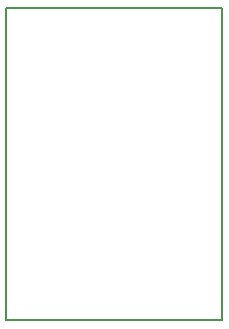
<source format=gko>
G04 DipTrace 3.1.0.1*
G04 MSP440FR2311.gko*
%MOIN*%
G04 #@! TF.FileFunction,Profile*
G04 #@! TF.Part,Single*
%ADD11C,0.006*%
%FSLAX26Y26*%
G04*
G70*
G90*
G75*
G01*
G04 BoardOutline*
%LPD*%
X394000Y1434000D2*
D11*
X1114000D1*
Y394000D1*
X394000D1*
Y1434000D1*
M02*

</source>
